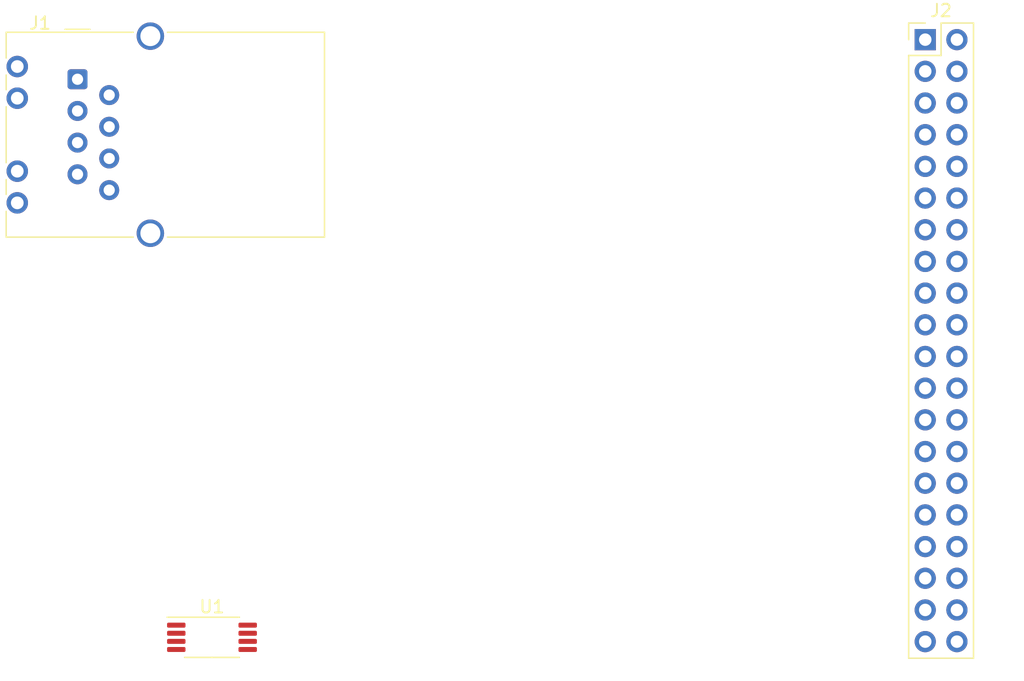
<source format=kicad_pcb>
(kicad_pcb (version 20211014) (generator pcbnew)
  (layers (0 "F.Cu" signal) (31 "B.Cu" signal) (34 "B.Paste" user) (35 "F.Paste" user) (36 "B.SilkS" user "B.Silkscreen") (37 "F.SilkS" user "F.Silkscreen") (38 "B.Mask" user) (39 "F.Mask" user) (44 "Edge.Cuts" user))
  (net 0 "")
  (footprint "Connector_RJ:RJ45_Wuerth_7499010121A_Horizontal" (layer "F.Cu") (at 99.68 64.135)
    (fp_text reference "J1" (at -3 -4.5) (layer "F.SilkS"))
    (fp_text value "RJ45_LED_Shielded")
    (fp_line (start 19.8 12.655) (end 19.8 -3.765) (layer "F.SilkS") (width 0.12))
    (fp_line (start 19.8 -3.765) (end 7.21 -3.765) (layer "F.SilkS") (width 0.12))
    (fp_line (start -1 -4) (end 1 -4) (layer "F.SilkS") (width 0.12))
    (fp_line (start -5.72 10.59) (end -5.72 12.655) (layer "F.SilkS") (width 0.12))
    (fp_line (start -5.72 0.84) (end -5.72 -0.34) (layer "F.SilkS") (width 0.12))
    (fp_line (start 4.47 -3.765) (end -5.72 -3.765) (layer "F.SilkS") (width 0.12))
    (fp_line (start -5.72 -3.765) (end -5.72 -1.7) (layer "F.SilkS") (width 0.12))
    (fp_line (start -5.72 6.69) (end -5.72 2.2) (layer "F.SilkS") (width 0.12))
    (fp_line (start 7.21 12.655) (end 19.8 12.655) (layer "F.SilkS") (width 0.12))
    (fp_line (start -5.72 9.23) (end -5.72 8.05) (layer "F.SilkS") (width 0.12))
    (fp_line (start -5.72 12.655) (end 4.47 12.655) (layer "F.SilkS") (width 0.12))
    (pad "" np_thru_hole circle (at 8.89 10.16 90) (size 3.25 3.25) (drill 3.25) (layers *.Cu *.Mask))
    (pad "" np_thru_hole circle (at 8.89 -1.27 90) (size 3.25 3.25) (drill 3.25) (layers *.Cu *.Mask))
    (pad "1" thru_hole roundrect (at 0 0 90) (size 1.6 1.6) (drill 0.9) (layers *.Cu *.Mask) (roundrect_rratio 0.155))
    (pad "2" thru_hole circle (at 2.54 1.27 90) (size 1.6 1.6) (drill 0.9) (layers *.Cu *.Mask))
    (pad "3" thru_hole circle (at 0 2.54 90) (size 1.6 1.6) (drill 0.9) (layers *.Cu *.Mask))
    (pad "4" thru_hole circle (at 2.54 3.81 90) (size 1.6 1.6) (drill 0.9) (layers *.Cu *.Mask))
    (pad "5" thru_hole circle (at 0 5.08 90) (size 1.6 1.6) (drill 0.9) (layers *.Cu *.Mask))
    (pad "6" thru_hole circle (at 2.54 6.35 90) (size 1.6 1.6) (drill 0.9) (layers *.Cu *.Mask))
    (pad "7" thru_hole circle (at 0 7.62 90) (size 1.6 1.6) (drill 0.9) (layers *.Cu *.Mask))
    (pad "8" thru_hole circle (at 2.54 8.89 90) (size 1.6 1.6) (drill 0.9) (layers *.Cu *.Mask))
    (pad "9" thru_hole circle (at -4.83 -1.02 90) (size 1.72 1.72) (drill 1.02) (layers *.Cu *.Mask))
    (pad "10" thru_hole circle (at -4.83 1.52 90) (size 1.72 1.72) (drill 1.02) (layers *.Cu *.Mask))
    (pad "11" thru_hole circle (at -4.83 7.37 90) (size 1.72 1.72) (drill 1.02) (layers *.Cu *.Mask))
    (pad "12" thru_hole circle (at -4.83 9.91 90) (size 1.72 1.72) (drill 1.02) (layers *.Cu *.Mask))
    (pad "SH" thru_hole circle (at 5.84 -3.455 90) (size 2.2 2.2) (drill 1.6) (layers *.Cu *.Mask))
    (pad "SH" thru_hole circle (at 5.84 12.345 90) (size 2.2 2.2) (drill 1.6) (layers *.Cu *.Mask))
  )
  (footprint "Package_SO:TSSOP-8_4.4x3mm_P0.65mm" (layer "F.Cu") (at 110.46 108.875)
    (fp_text reference "U1" (at 0 -2.45) (layer "F.SilkS"))
    (fp_text value "TPS2375-1")
    (fp_line (start 0 -1.61) (end 2.2 -1.61) (layer "F.SilkS") (width 0.12))
    (fp_line (start 0 1.61) (end 2.2 1.61) (layer "F.SilkS") (width 0.12))
    (fp_line (start 0 -1.61) (end -3.6 -1.61) (layer "F.SilkS") (width 0.12))
    (fp_line (start 0 1.61) (end -2.2 1.61) (layer "F.SilkS") (width 0.12))
    (pad "1" smd roundrect (at -2.8625 -0.975) (size 1.475 0.4) (layers "F.Cu" "F.Paste" "F.Mask"))
    (pad "2" smd roundrect (at -2.8625 -0.325) (size 1.475 0.4) (layers "F.Cu" "F.Paste" "F.Mask"))
    (pad "3" smd roundrect (at -2.8625 0.325) (size 1.475 0.4) (layers "F.Cu" "F.Paste" "F.Mask"))
    (pad "4" smd roundrect (at -2.8625 0.975) (size 1.475 0.4) (layers "F.Cu" "F.Paste" "F.Mask"))
    (pad "5" smd roundrect (at 2.8625 0.975) (size 1.475 0.4) (layers "F.Cu" "F.Paste" "F.Mask"))
    (pad "6" smd roundrect (at 2.8625 0.325) (size 1.475 0.4) (layers "F.Cu" "F.Paste" "F.Mask"))
    (pad "7" smd roundrect (at 2.8625 -0.325) (size 1.475 0.4) (layers "F.Cu" "F.Paste" "F.Mask"))
    (pad "8" smd roundrect (at 2.8625 -0.975) (size 1.475 0.4) (layers "F.Cu" "F.Paste" "F.Mask"))
  )
  (footprint "Connector_PinHeader_2.54mm:PinHeader_2x20_P2.54mm_Vertical" (layer "F.Cu") (at 167.64 60.96)
    (fp_text reference "J2" (at 1.27 -2.33) (layer "F.SilkS"))
    (fp_text value "Raspberry_Pi_2_3")
    (fp_line (start 1.27 -1.33) (end 3.87 -1.33) (layer "F.SilkS") (width 0.12))
    (fp_line (start -1.33 0) (end -1.33 -1.33) (layer "F.SilkS") (width 0.12))
    (fp_line (start -1.33 1.27) (end -1.33 49.59) (layer "F.SilkS") (width 0.12))
    (fp_line (start -1.33 1.27) (end 1.27 1.27) (layer "F.SilkS") (width 0.12))
    (fp_line (start -1.33 49.59) (end 3.87 49.59) (layer "F.SilkS") (width 0.12))
    (fp_line (start 1.27 1.27) (end 1.27 -1.33) (layer "F.SilkS") (width 0.12))
    (fp_line (start -1.33 -1.33) (end 0 -1.33) (layer "F.SilkS") (width 0.12))
    (fp_line (start 3.87 -1.33) (end 3.87 49.59) (layer "F.SilkS") (width 0.12))
    (pad "1" thru_hole rect (at 0 0) (size 1.7 1.7) (drill 1) (layers *.Cu *.Mask))
    (pad "2" thru_hole oval (at 2.54 0) (size 1.7 1.7) (drill 1) (layers *.Cu *.Mask))
    (pad "3" thru_hole oval (at 0 2.54) (size 1.7 1.7) (drill 1) (layers *.Cu *.Mask))
    (pad "4" thru_hole oval (at 2.54 2.54) (size 1.7 1.7) (drill 1) (layers *.Cu *.Mask))
    (pad "5" thru_hole oval (at 0 5.08) (size 1.7 1.7) (drill 1) (layers *.Cu *.Mask))
    (pad "6" thru_hole oval (at 2.54 5.08) (size 1.7 1.7) (drill 1) (layers *.Cu *.Mask))
    (pad "7" thru_hole oval (at 0 7.62) (size 1.7 1.7) (drill 1) (layers *.Cu *.Mask))
    (pad "8" thru_hole oval (at 2.54 7.62) (size 1.7 1.7) (drill 1) (layers *.Cu *.Mask))
    (pad "9" thru_hole oval (at 0 10.16) (size 1.7 1.7) (drill 1) (layers *.Cu *.Mask))
    (pad "10" thru_hole oval (at 2.54 10.16) (size 1.7 1.7) (drill 1) (layers *.Cu *.Mask))
    (pad "11" thru_hole oval (at 0 12.7) (size 1.7 1.7) (drill 1) (layers *.Cu *.Mask))
    (pad "12" thru_hole oval (at 2.54 12.7) (size 1.7 1.7) (drill 1) (layers *.Cu *.Mask))
    (pad "13" thru_hole oval (at 0 15.24) (size 1.7 1.7) (drill 1) (layers *.Cu *.Mask))
    (pad "14" thru_hole oval (at 2.54 15.24) (size 1.7 1.7) (drill 1) (layers *.Cu *.Mask))
    (pad "15" thru_hole oval (at 0 17.78) (size 1.7 1.7) (drill 1) (layers *.Cu *.Mask))
    (pad "16" thru_hole oval (at 2.54 17.78) (size 1.7 1.7) (drill 1) (layers *.Cu *.Mask))
    (pad "17" thru_hole oval (at 0 20.32) (size 1.7 1.7) (drill 1) (layers *.Cu *.Mask))
    (pad "18" thru_hole oval (at 2.54 20.32) (size 1.7 1.7) (drill 1) (layers *.Cu *.Mask))
    (pad "19" thru_hole oval (at 0 22.86) (size 1.7 1.7) (drill 1) (layers *.Cu *.Mask))
    (pad "20" thru_hole oval (at 2.54 22.86) (size 1.7 1.7) (drill 1) (layers *.Cu *.Mask))
    (pad "21" thru_hole oval (at 0 25.4) (size 1.7 1.7) (drill 1) (layers *.Cu *.Mask))
    (pad "22" thru_hole oval (at 2.54 25.4) (size 1.7 1.7) (drill 1) (layers *.Cu *.Mask))
    (pad "23" thru_hole oval (at 0 27.94) (size 1.7 1.7) (drill 1) (layers *.Cu *.Mask))
    (pad "24" thru_hole oval (at 2.54 27.94) (size 1.7 1.7) (drill 1) (layers *.Cu *.Mask))
    (pad "25" thru_hole oval (at 0 30.48) (size 1.7 1.7) (drill 1) (layers *.Cu *.Mask))
    (pad "26" thru_hole oval (at 2.54 30.48) (size 1.7 1.7) (drill 1) (layers *.Cu *.Mask))
    (pad "27" thru_hole oval (at 0 33.02) (size 1.7 1.7) (drill 1) (layers *.Cu *.Mask))
    (pad "28" thru_hole oval (at 2.54 33.02) (size 1.7 1.7) (drill 1) (layers *.Cu *.Mask))
    (pad "29" thru_hole oval (at 0 35.56) (size 1.7 1.7) (drill 1) (layers *.Cu *.Mask))
    (pad "30" thru_hole oval (at 2.54 35.56) (size 1.7 1.7) (drill 1) (layers *.Cu *.Mask))
    (pad "31" thru_hole oval (at 0 38.1) (size 1.7 1.7) (drill 1) (layers *.Cu *.Mask))
    (pad "32" thru_hole oval (at 2.54 38.1) (size 1.7 1.7) (drill 1) (layers *.Cu *.Mask))
    (pad "33" thru_hole oval (at 0 40.64) (size 1.7 1.7) (drill 1) (layers *.Cu *.Mask))
    (pad "34" thru_hole oval (at 2.54 40.64) (size 1.7 1.7) (drill 1) (layers *.Cu *.Mask))
    (pad "35" thru_hole oval (at 0 43.18) (size 1.7 1.7) (drill 1) (layers *.Cu *.Mask))
    (pad "36" thru_hole oval (at 2.54 43.18) (size 1.7 1.7) (drill 1) (layers *.Cu *.Mask))
    (pad "37" thru_hole oval (at 0 45.72) (size 1.7 1.7) (drill 1) (layers *.Cu *.Mask))
    (pad "38" thru_hole oval (at 2.54 45.72) (size 1.7 1.7) (drill 1) (layers *.Cu *.Mask))
    (pad "39" thru_hole oval (at 0 48.26) (size 1.7 1.7) (drill 1) (layers *.Cu *.Mask))
    (pad "40" thru_hole oval (at 2.54 48.26) (size 1.7 1.7) (drill 1) (layers *.Cu *.Mask))
  )
)
</source>
